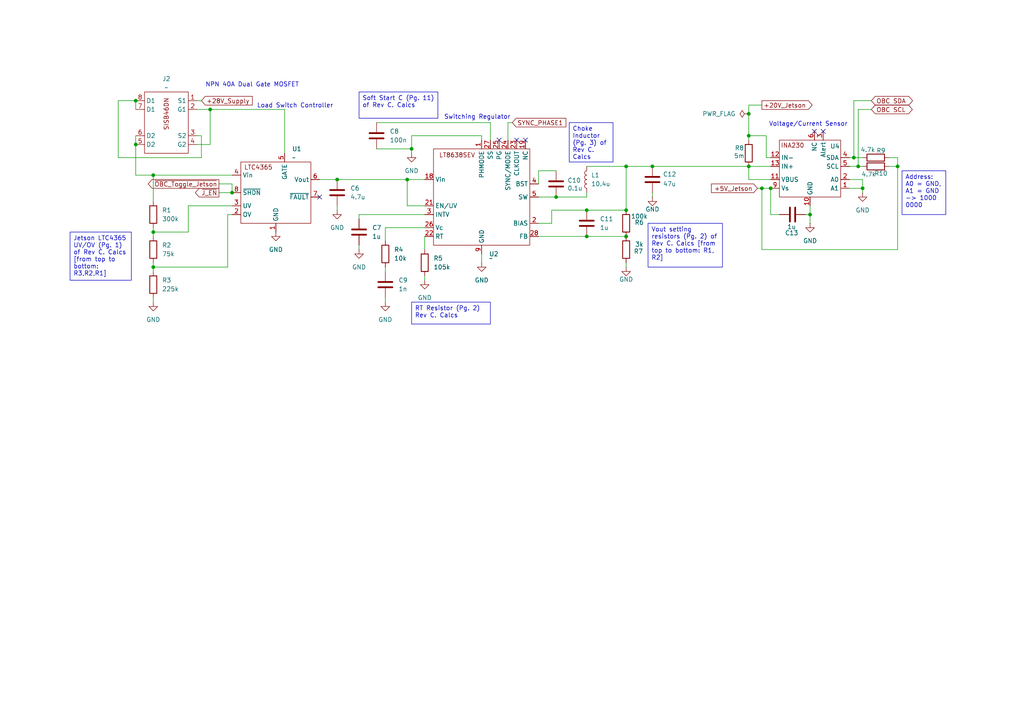
<source format=kicad_sch>
(kicad_sch (version 20250114) (generator "eeschema") (generator_version "9.0")
  (paper "A4")
  (lib_symbols
    (symbol "Device:C" (pin_numbers (hide yes)) (pin_names (offset 0.254))
      (property "Reference" "C" (at 0.635 2.54 0))
      (property "Value" "C" (at 0.635 -2.54 0))
      (symbol "C_0_1"
        (polyline (pts (xy -2.032 0.762) (xy 2.032 0.762)) (stroke (width 0.508)))
        (polyline (pts (xy -2.032 -0.762) (xy 2.032 -0.762)) (stroke (width 0.508)))
      )
      (symbol "C_1_1"
        (pin passive line (at 0 3.81 270) (length 2.794) (name "~") (number "1"))
        (pin passive line (at 0 -3.81 90) (length 2.794) (name "~") (number "2"))
      )
    )
    (symbol "Device:L" (pin_numbers (hide yes)) (pin_names (offset 1.016) (hide yes))
      (property "Reference" "L" (at -1.27 0 90))
      (property "Value" "L" (at 1.905 0 90))
      (symbol "L_0_1"
        (arc (start 0 2.54) (mid 0.6323 1.905) (end 0 1.27))
        (arc (start 0 1.27) (mid 0.6323 0.635) (end 0 0))
        (arc (start 0 0) (mid 0.6323 -0.635) (end 0 -1.27))
        (arc (start 0 -1.27) (mid 0.6323 -1.905) (end 0 -2.54))
      )
      (symbol "L_1_1"
        (pin passive line (at 0 3.81 270) (length 1.27) (name "1") (number "1"))
        (pin passive line (at 0 -3.81 90) (length 1.27) (name "2") (number "2"))
      )
    )
    (symbol "Device:R" (pin_numbers (hide yes)) (pin_names (offset 0))
      (property "Reference" "R" (at 2.032 0 90))
      (property "Value" "R" (at 0 0 90))
      (symbol "R_0_1"
        (rectangle (start -1.016 -2.54) (end 1.016 2.54) (stroke (width 0.254)))
      )
      (symbol "R_1_1"
        (pin passive line (at 0 3.81 270) (length 1.27) (name "~") (number "1"))
        (pin passive line (at 0 -3.81 90) (length 1.27) (name "~") (number "2"))
      )
    )
    (symbol "INA230:INA230 [RGT PACKAGE]"
      (property "Reference" "U" (at 7.62 7.62 0))
      (property "Value" "INA230" (at 0 0 0))
      (symbol "INA230 [RGT PACKAGE]_0_1"
        (rectangle (start -8.89 8.89) (end 8.89 -7.62))
      )
      (symbol "INA230 [RGT PACKAGE]_1_1"
        (text "INA230" (at -5.08 7.366 0) (effects (font (size 1.27 1.27))))
        (pin input line (at -11.43 3.81 0) (length 2.54) (name "IN-") (number "12"))
        (pin input line (at -11.43 1.27 0) (length 2.54) (name "IN+") (number "13"))
        (pin input line (at -11.43 -2.54 0) (length 2.54) (name "VBUS") (number "11"))
        (pin power_in line (at -11.43 -5.08 0) (length 2.54) (name "Vs") (number "9"))
        (pin power_in line (at 0 -10.16 90) (length 2.54) (name "GND") (number "10"))
        (pin passive line (at 1.27 11.43 270) (length 2.54) (name "NC") (number "6"))
        (pin output line (at 3.81 11.43 270) (length 2.54) (name "Alert") (number "3"))
        (pin bidirectional line (at 11.43 3.81 180) (length 2.54) (name "SDA") (number "4"))
        (pin bidirectional line (at 11.43 1.27 180) (length 2.54) (name "SCL") (number "5"))
        (pin input line (at 11.43 -2.54 180) (length 2.54) (name "A0") (number "2"))
        (pin input line (at 11.43 -5.08 180) (length 2.54) (name "A1") (number "1"))
      )
    )
    (symbol "LT8638SEV#PBF:LT863SEV#PBF"
      (property "Reference" "U" (at 12.954 -2.286 0))
      (symbol "LT863SEV#PBF_0_1"
        (rectangle (start -13.97 15.24) (end 13.97 -12.7))
      )
      (symbol "LT863SEV#PBF_1_1"
        (text "LT8638SEV\n" (at -7.112 13.462 0) (effects (font (size 1.27 1.27))))
        (pin power_in line (at -16.51 6.35 0) (length 2.54) (name "Vin") (number "18"))
        (pin input line (at -16.51 -1.27 0) (length 2.54) (name "EN/UV") (number "21"))
        (pin input line (at -16.51 -3.81 0) (length 2.54) (name "INTV") (number "3"))
        (pin input line (at -16.51 -7.62 0) (length 2.54) (name "Vc") (number "26"))
        (pin passive line (at -16.51 -10.16 0) (length 2.54) (name "RT") (number "22"))
        (pin passive line (at 0 17.78 270) (length 2.54) (name "PHMODE") (number "1"))
        (pin power_in line (at 0 -15.24 90) (length 2.54) (name "GND") (number "9"))
        (pin passive line (at 2.54 17.78 270) (length 2.54) (name "SS") (number "27"))
        (pin passive line (at 5.08 17.78 270) (length 2.54) (name "PG") (number "25"))
        (pin passive line (at 7.62 17.78 270) (length 2.54) (name "SYNC/MODE") (number "24"))
        (pin passive line (at 10.16 17.78 270) (length 2.54) (name "CLKOUT") (number "23"))
        (pin passive line (at 12.7 17.78 270) (length 2.54) (name "NC") (number "19"))
        (pin power_out line (at 16.51 5.08 180) (length 2.54) (name "BST") (number "4"))
        (pin power_out line (at 16.51 1.27 180) (length 2.54) (name "SW") (number "5"))
        (pin power_out line (at 16.51 -6.35 180) (length 2.54) (name "BIAS") (number "2"))
        (pin power_out line (at 16.51 -10.16 180) (length 2.54) (name "FB") (number "28"))
      )
    )
    (symbol "LTC4365:LTC4365"
      (property "Reference" "U" (at 7.874 -7.874 0))
      (symbol "LTC4365_0_1"
        (rectangle (start -11.43 8.89) (end 8.89 -8.89))
      )
      (symbol "LTC4365_1_1"
        (text "LTC4365\n" (at -6.35 7.366 0) (effects (font (size 1.27 1.27))))
        (pin power_in line (at -13.97 5.08 0) (length 2.54) (name "Vin") (number "4"))
        (pin passive line (at -13.97 0 0) (length 2.54) (name "~{SHDN}") (number "8"))
        (pin input line (at -13.97 -3.81 0) (length 2.54) (name "UV") (number "3"))
        (pin input line (at -13.97 -6.35 0) (length 2.54) (name "OV") (number "2"))
        (pin power_in line (at -1.27 -11.43 90) (length 2.54) (name "GND") (number "1"))
        (pin output line (at 1.27 11.43 270) (length 2.54) (name "GATE") (number "5"))
        (pin power_out line (at 11.43 3.81 180) (length 2.54) (name "Vout") (number "6"))
        (pin output line (at 11.43 -1.27 180) (length 2.54) (name "~{FAULT}") (number "7"))
      )
    )
    (symbol "SISB46DN:SISB46DN"
      (property "Reference" "J" (at 10.16 -5.08 0))
      (symbol "SISB46DN_0_1"
        (rectangle (start -8.89 6.3499) (end 8.89 -6.3499))
      )
      (symbol "SISB46DN_1_1"
        (text "SISB46DN\n" (at 2.54 0 0) (effects (font (size 1.27 1.27))))
        (pin power_out line (at -6.35 8.89 270) (length 2.54) (name "D2") (number "5"))
        (pin input line (at -6.35 -8.89 90) (length 2.54) (name "G2") (number "4"))
        (pin passive line (at -3.81 8.89 270) (length 2.54) (name "D2") (number "6"))
        (pin power_in line (at -3.81 -8.89 90) (length 2.54) (name "S2") (number "3"))
        (pin passive line (at 3.81 8.89 270) (length 2.54) (name "D1") (number "7"))
        (pin input line (at 3.81 -8.89 90) (length 2.54) (name "G1") (number "2"))
        (pin power_out line (at 6.35 8.89 270) (length 2.54) (name "D1") (number "8"))
        (pin power_in line (at 6.35 -8.89 90) (length 2.54) (name "S1") (number "1"))
      )
    )
    (symbol "power:GND" (power) (pin_numbers (hide yes)) (pin_names (offset 0) (hide yes))
      (property "Value" "GND" (at 0 -3.81 0))
      (symbol "GND_0_1"
        (polyline (pts (xy 0 0) (xy 0 -1.27) (xy 1.27 -1.27) (xy 0 -2.54) (xy -1.27 -1.27) (xy 0 -1.27)))
      )
      (symbol "GND_1_1"
        (pin power_in line (at 0 0 270) (length 0) (name "~") (number "1"))
      )
    )
    (symbol "power:PWR_FLAG" (power) (pin_numbers (hide yes)) (pin_names (offset 0) (hide yes))
      (property "Value" "PWR_FLAG" (at 0 3.81 0))
      (symbol "PWR_FLAG_0_0"
        (pin power_out line (at 0 0 90) (length 0) (name "~") (number "1"))
      )
      (symbol "PWR_FLAG_0_1"
        (polyline (pts (xy 0 0) (xy 0 1.27) (xy -1.016 1.905) (xy 0 2.54) (xy 1.016 1.905) (xy 0 1.27)))
      )
    )
  )
  (text "Voltage/Current Sensor" (at 234.442 36.068 0) (effects (font (size 1.27 1.27))))
  (text "Load Switch Controller" (at 85.598 30.734 0) (effects (font (size 1.27 1.27))))
  (text "Switching Regulator" (at 138.43 34.036 0) (effects (font (size 1.27 1.27))))
  (text "NPN 40A Dual Gate MOSFET" (at 73.152 24.638 0) (effects (font (size 1.27 1.27))))
  (text_box "RT Resistor (Pg. 2) Rev C. Calcs" (at 119.38 87.63 0) (size 22.86 6.35) (margins 0.9525 0.9525 0.9525 0.9525) (effects (font (size 1.27 1.27)) (justify left top)))
  (text_box "Jetson LTC4365 UV/OV (Pg. 1) of Rev C. Calcs [from top to bottom: R3,R2,R1]" (at 20.32 67.31 0) (size 17.78 13.97) (margins 0.9525 0.9525 0.9525 0.9525) (effects (font (size 1.27 1.27)) (justify left top)))
  (text_box "Vout setting resistors (Pg. 2) of Rev C. Calcs [from top to bottom: R1, R2]" (at 187.96 64.77 0) (size 21.59 12.7) (margins 0.9525 0.9525 0.9525 0.9525) (effects (font (size 1.27 1.27)) (justify left top)))
  (text_box "Choke Inductor (Pg. 3) of Rev C. Calcs" (at 165.1 35.56 0) (size 12.7 11.43) (margins 0.9525 0.9525 0.9525 0.9525) (effects (font (size 1.27 1.27)) (justify left top)))
  (text_box "Address: A0 = GND, A1 = GND -> 1000 0000" (at 261.62 49.53 0) (size 12.7 12.7) (margins 0.9525 0.9525 0.9525 0.9525) (effects (font (size 1.27 1.27)) (justify left top)))
  (text_box "Soft Start C (Pg. 11) of Rev C. Calcs" (at 104.14 26.67 0) (size 22.86 7.62) (margins 0.9525 0.9525 0.9525 0.9525) (effects (font (size 1.27 1.27)) (justify left top)))
  (junction (at 220.98 54.61))
  (junction (at 217.17 33.02))
  (junction (at 119.38 43.18))
  (junction (at 223.52 54.61))
  (junction (at 189.23 48.26))
  (junction (at 217.17 48.26))
  (junction (at 67.31 55.88))
  (junction (at 44.45 77.47))
  (junction (at 60.96 31.75))
  (junction (at 248.92 48.26))
  (junction (at 247.65 45.72))
  (junction (at 118.11 52.07))
  (junction (at 181.61 48.26))
  (junction (at 234.95 62.23))
  (junction (at 39.37 41.91))
  (junction (at 217.17 39.37))
  (junction (at 39.37 29.21))
  (junction (at 161.29 57.15))
  (junction (at 170.18 68.58))
  (junction (at 44.45 67.31))
  (junction (at 250.19 54.61))
  (junction (at 97.79 52.07))
  (junction (at 181.61 60.96))
  (junction (at 44.45 50.8))
  (junction (at 260.35 48.26))
  (junction (at 181.61 68.58))
  (junction (at 170.18 60.96))
  (no_connect (at 144.78 40.64))
  (no_connect (at 92.71 57.15))
  (no_connect (at 149.86 40.64))
  (no_connect (at 236.22 38.1))
  (no_connect (at 152.4 40.64))
  (no_connect (at 238.76 38.1))
  (wire (pts (xy 219.71 54.61) (xy 220.98 54.61)))
  (wire (pts (xy 60.96 31.75) (xy 82.55 31.75)))
  (wire (pts (xy 250.19 52.07) (xy 250.19 54.61)))
  (wire (pts (xy 156.21 49.53) (xy 161.29 49.53)))
  (wire (pts (xy 119.38 44.45) (xy 119.38 43.18)))
  (wire (pts (xy 148.59 35.56) (xy 147.32 35.56)))
  (wire (pts (xy 181.61 77.47) (xy 181.61 76.2)))
  (wire (pts (xy 44.45 76.2) (xy 44.45 77.47)))
  (wire (pts (xy 247.65 29.21) (xy 252.73 29.21)))
  (wire (pts (xy 44.45 50.8) (xy 67.31 50.8)))
  (wire (pts (xy 92.71 52.07) (xy 97.79 52.07)))
  (wire (pts (xy 44.45 67.31) (xy 44.45 68.58)))
  (wire (pts (xy 58.42 29.21) (xy 57.15 29.21)))
  (wire (pts (xy 217.17 39.37) (xy 217.17 33.02)))
  (wire (pts (xy 156.21 64.77) (xy 160.02 64.77)))
  (wire (pts (xy 44.45 66.04) (xy 44.45 67.31)))
  (wire (pts (xy 63.5 53.34) (xy 67.31 53.34)))
  (wire (pts (xy 109.22 43.18) (xy 119.38 43.18)))
  (wire (pts (xy 66.04 62.23) (xy 67.31 62.23)))
  (wire (pts (xy 246.38 54.61) (xy 250.19 54.61)))
  (wire (pts (xy 260.35 72.39) (xy 260.35 48.26)))
  (wire (pts (xy 248.92 31.75) (xy 252.73 31.75)))
  (wire (pts (xy 223.52 62.23) (xy 226.06 62.23)))
  (wire (pts (xy 189.23 55.88) (xy 189.23 57.15)))
  (wire (pts (xy 123.19 68.58) (xy 123.19 72.39)))
  (wire (pts (xy 118.11 59.69) (xy 118.11 52.07)))
  (wire (pts (xy 54.61 59.69) (xy 67.31 59.69)))
  (wire (pts (xy 247.65 45.72) (xy 247.65 29.21)))
  (wire (pts (xy 181.61 48.26) (xy 189.23 48.26)))
  (wire (pts (xy 220.98 54.61) (xy 220.98 72.39)))
  (wire (pts (xy 139.7 39.37) (xy 119.38 39.37)))
  (wire (pts (xy 260.35 48.26) (xy 260.35 45.72)))
  (wire (pts (xy 222.25 45.72) (xy 223.52 45.72)))
  (wire (pts (xy 220.98 72.39) (xy 260.35 72.39)))
  (wire (pts (xy 44.45 77.47) (xy 44.45 78.74)))
  (wire (pts (xy 54.61 59.69) (xy 54.61 67.31)))
  (wire (pts (xy 104.14 71.12) (xy 104.14 72.39)))
  (wire (pts (xy 39.37 29.21) (xy 39.37 31.75)))
  (wire (pts (xy 217.17 52.07) (xy 223.52 52.07)))
  (wire (pts (xy 217.17 39.37) (xy 217.17 40.64)))
  (wire (pts (xy 156.21 68.58) (xy 170.18 68.58)))
  (wire (pts (xy 57.15 39.37) (xy 58.42 39.37)))
  (wire (pts (xy 160.02 60.96) (xy 160.02 64.77)))
  (wire (pts (xy 39.37 41.91) (xy 39.37 50.8)))
  (wire (pts (xy 181.61 48.26) (xy 170.18 48.26)))
  (wire (pts (xy 39.37 39.37) (xy 39.37 41.91)))
  (wire (pts (xy 223.52 54.61) (xy 223.52 62.23)))
  (wire (pts (xy 246.38 52.07) (xy 250.19 52.07)))
  (wire (pts (xy 111.76 86.36) (xy 111.76 87.63)))
  (wire (pts (xy 123.19 80.01) (xy 123.19 81.28)))
  (wire (pts (xy 57.15 41.91) (xy 60.96 41.91)))
  (wire (pts (xy 160.02 60.96) (xy 170.18 60.96)))
  (wire (pts (xy 97.79 52.07) (xy 118.11 52.07)))
  (wire (pts (xy 147.32 35.56) (xy 147.32 40.64)))
  (wire (pts (xy 118.11 52.07) (xy 123.19 52.07)))
  (wire (pts (xy 39.37 50.8) (xy 44.45 50.8)))
  (wire (pts (xy 170.18 57.15) (xy 170.18 55.88)))
  (wire (pts (xy 170.18 68.58) (xy 181.61 68.58)))
  (wire (pts (xy 142.24 40.64) (xy 142.24 35.56)))
  (wire (pts (xy 257.81 48.26) (xy 260.35 48.26)))
  (wire (pts (xy 217.17 33.02) (xy 217.17 30.48)))
  (wire (pts (xy 139.7 73.66) (xy 139.7 76.2)))
  (wire (pts (xy 233.68 62.23) (xy 234.95 62.23)))
  (wire (pts (xy 260.35 45.72) (xy 257.81 45.72)))
  (wire (pts (xy 97.79 59.69) (xy 97.79 60.96)))
  (wire (pts (xy 104.14 63.5) (xy 104.14 62.23)))
  (wire (pts (xy 250.19 54.61) (xy 250.19 55.88)))
  (wire (pts (xy 34.29 29.21) (xy 34.29 45.72)))
  (wire (pts (xy 156.21 57.15) (xy 161.29 57.15)))
  (wire (pts (xy 246.38 48.26) (xy 248.92 48.26)))
  (wire (pts (xy 170.18 60.96) (xy 181.61 60.96)))
  (wire (pts (xy 248.92 48.26) (xy 248.92 31.75)))
  (wire (pts (xy 247.65 45.72) (xy 250.19 45.72)))
  (wire (pts (xy 217.17 48.26) (xy 223.52 48.26)))
  (wire (pts (xy 234.95 64.77) (xy 234.95 62.23)))
  (wire (pts (xy 189.23 48.26) (xy 217.17 48.26)))
  (wire (pts (xy 57.15 31.75) (xy 60.96 31.75)))
  (wire (pts (xy 58.42 45.72) (xy 58.42 39.37)))
  (wire (pts (xy 44.45 86.36) (xy 44.45 87.63)))
  (wire (pts (xy 60.96 31.75) (xy 60.96 41.91)))
  (wire (pts (xy 217.17 30.48) (xy 220.98 30.48)))
  (wire (pts (xy 82.55 31.75) (xy 82.55 44.45)))
  (wire (pts (xy 123.19 66.04) (xy 111.76 66.04)))
  (wire (pts (xy 111.76 77.47) (xy 111.76 78.74)))
  (wire (pts (xy 39.37 29.21) (xy 34.29 29.21)))
  (wire (pts (xy 44.45 77.47) (xy 66.04 77.47)))
  (wire (pts (xy 156.21 53.34) (xy 156.21 49.53)))
  (wire (pts (xy 66.04 77.47) (xy 66.04 62.23)))
  (wire (pts (xy 181.61 48.26) (xy 181.61 60.96)))
  (wire (pts (xy 104.14 62.23) (xy 123.19 62.23)))
  (wire (pts (xy 222.25 39.37) (xy 222.25 45.72)))
  (wire (pts (xy 248.92 48.26) (xy 250.19 48.26)))
  (wire (pts (xy 44.45 67.31) (xy 54.61 67.31)))
  (wire (pts (xy 220.98 54.61) (xy 223.52 54.61)))
  (wire (pts (xy 217.17 48.26) (xy 217.17 52.07)))
  (wire (pts (xy 142.24 35.56) (xy 109.22 35.56)))
  (wire (pts (xy 34.29 45.72) (xy 58.42 45.72)))
  (wire (pts (xy 161.29 57.15) (xy 170.18 57.15)))
  (wire (pts (xy 139.7 39.37) (xy 139.7 40.64)))
  (wire (pts (xy 111.76 66.04) (xy 111.76 69.85)))
  (wire (pts (xy 44.45 50.8) (xy 44.45 58.42)))
  (wire (pts (xy 63.5 55.88) (xy 67.31 55.88)))
  (wire (pts (xy 119.38 39.37) (xy 119.38 43.18)))
  (wire (pts (xy 123.19 59.69) (xy 118.11 59.69)))
  (wire (pts (xy 234.95 62.23) (xy 234.95 59.69)))
  (wire (pts (xy 67.31 53.34) (xy 67.31 55.88)))
  (wire (pts (xy 246.38 45.72) (xy 247.65 45.72)))
  (wire (pts (xy 217.17 39.37) (xy 222.25 39.37)))
  (global_label "OBC SDA" (shape bidirectional) (at 252.73 29.21 0) (property "Intersheetrefs" "${INTERSHEET_REFS}" (effects (hide yes))))
  (global_label "OBC SCL" (shape bidirectional) (at 252.73 31.75 0) (property "Intersheetrefs" "${INTERSHEET_REFS}" (effects (hide yes))))
  (global_label "SYNC_PHASE1" (shape input) (at 148.59 35.56 0) (property "Intersheetrefs" "${INTERSHEET_REFS}" (effects (hide yes))))
  (global_label "+5V_Jetson" (shape input) (at 219.71 54.61 180) (property "Intersheetrefs" "${INTERSHEET_REFS}" (effects (hide yes))))
  (global_label "+20V_Jetson" (shape output) (at 220.98 30.48 0) (property "Intersheetrefs" "${INTERSHEET_REFS}" (effects (hide yes))))
  (global_label "+28V_Supply" (shape input) (at 58.42 29.21 0) (property "Intersheetrefs" "${INTERSHEET_REFS}" (effects (hide yes))))
  (global_label "~{OBC_Toggle_Jetson}" (shape output) (at 63.5 53.34 180) (property "Intersheetrefs" "${INTERSHEET_REFS}" (effects (hide yes))))
  (global_label "~{J_EN}" (shape output) (at 63.5 55.88 180) (property "Intersheetrefs" "${INTERSHEET_REFS}" (effects (hide yes))))
  (symbol (lib_id "power:GND") (at 123.19 81.28 0) (unit 1)
    (property "Reference" "#PWR034" (effects (hide yes)))
    (property "Value" "GND" (at 123.19 86.36 0))
    (property "Description" "Power symbol creates a global label with name \"GND\" , ground" (effects (hide yes)))
  )
  (symbol (lib_id "Device:R") (at 44.45 82.55 0) (unit 1)
    (property "Reference" "R3" (at 46.99 81.2799 0) (effects (justify left)))
    (property "Value" "225k" (at 46.99 83.8199 0) (effects (justify left)))
    (property "Footprint" "Resistor_SMD:R_0603_1608Metric" (effects (hide yes)))
    (property "Description" "Resistor" (effects (hide yes)))
  )
  (symbol (lib_id "Device:L") (at 170.18 52.07 180) (unit 1)
    (property "Reference" "L1" (at 171.45 50.7999 0) (effects (justify right)))
    (property "Value" "10.4u" (at 171.45 53.3399 0) (effects (justify right)))
    (property "Footprint" "Inductor_SMD:L_0603_1608Metric" (effects (hide yes)))
    (property "Description" "Inductor" (effects (hide yes)))
  )
  (symbol (lib_id "Device:R") (at 254 45.72 90) (unit 1)
    (property "Reference" "R9" (at 255.524 43.688 90))
    (property "Value" "4.7k" (at 251.714 43.434 90))
    (property "Footprint" "Resistor_SMD:R_0603_1608Metric" (effects (hide yes)))
    (property "Description" "Resistor" (effects (hide yes)))
  )
  (symbol (lib_id "INA230:INA230 [RGT PACKAGE]") (at 234.95 49.53 0) (unit 1)
    (property "Reference" "U4" (at 240.792 42.418 0) (effects (justify left)))
    (property "Value" "INA230" (effects (hide yes)))
    (property "Footprint" "RevC Footprints:INA230AIRGTT" (effects (hide yes)))
    (property "Datasheet" "https://www.ti.com/lit/ds/symlink/ina230.pdf?ts=1739195723292" (effects (hide yes)))
    (property "Description" "INA230 36V, 16-Bit, I2C Output Current, Voltage and Power Monitor With Alert" (effects (hide yes)))
  )
  (symbol (lib_id "Device:R") (at 44.45 62.23 0) (unit 1)
    (property "Reference" "R1" (at 46.99 60.9599 0) (effects (justify left)))
    (property "Value" "300k" (at 46.99 63.4999 0) (effects (justify left)))
    (property "Footprint" "Resistor_SMD:R_0603_1608Metric" (effects (hide yes)))
    (property "Description" "Resistor" (effects (hide yes)))
  )
  (symbol (lib_id "Device:R") (at 123.19 76.2 0) (unit 1)
    (property "Reference" "R5" (at 125.73 74.9299 0) (effects (justify left)))
    (property "Value" "105k" (at 125.73 77.4699 0) (effects (justify left)))
    (property "Footprint" "Resistor_SMD:R_0603_1608Metric" (effects (hide yes)))
    (property "Description" "Resistor" (effects (hide yes)))
  )
  (symbol (lib_id "Device:C") (at 229.87 62.23 270) (unit 1)
    (property "Reference" "C13" (at 229.616 67.564 90))
    (property "Value" "1u" (at 229.616 65.786 90))
    (property "Footprint" "Capacitor_SMD:C_0603_1608Metric" (effects (hide yes)))
    (property "Description" "Unpolarized capacitor" (effects (hide yes)))
  )
  (symbol (lib_id "Device:R") (at 254 48.26 90) (unit 1)
    (property "Reference" "R10" (at 255.524 50.292 90))
    (property "Value" "4.7k" (at 251.968 50.546 90))
    (property "Footprint" "Resistor_SMD:R_0603_1608Metric" (effects (hide yes)))
    (property "Description" "Resistor" (effects (hide yes)))
  )
  (symbol (lib_id "power:GND") (at 44.45 87.63 0) (unit 1)
    (property "Reference" "#PWR027" (effects (hide yes)))
    (property "Value" "GND" (at 44.45 92.71 0))
    (property "Description" "Power symbol creates a global label with name \"GND\" , ground" (effects (hide yes)))
  )
  (symbol (lib_id "LT8638SEV#PBF:LT863SEV#PBF") (at 139.7 58.42 0) (unit 1)
    (property "Reference" "U2" (at 141.8433 73.66 0) (effects (justify left)))
    (property "Value" "~" (at 141.8433 74.93 0) (effects (justify left)))
    (property "Footprint" "RevC Footprints:LT8638SEVPBF" (effects (hide yes)))
    (property "Datasheet" "https://www.mouser.com/datasheet/2/609/lt8638s-2301712.pdf" (effects (hide yes)))
    (property "Description" "42V, 10A/12A Peak Synchronous Step-Down Silent Switcher 2" (effects (hide yes)))
  )
  (symbol (lib_id "LTC4365:LTC4365") (at 81.28 55.88 0) (unit 1)
    (property "Reference" "U1" (at 84.6933 43.18 0) (effects (justify left)))
    (property "Value" "~" (at 84.6933 45.72 0) (effects (justify left)))
    (property "Footprint" "RevC Footprints:LTC4365" (effects (hide yes)))
    (property "Datasheet" "https://www.analog.com/media/en/technical-documentation/data-sheets/LTC4365.pdf" (effects (hide yes)))
    (property "Description" "Overvoltage, Undervoltage and Reverse Supply Protection Controller" (effects (hide yes)))
  )
  (symbol (lib_id "power:GND") (at 104.14 72.39 0) (unit 1)
    (property "Reference" "#PWR031" (effects (hide yes)))
    (property "Value" "GND" (at 104.14 77.47 0))
    (property "Description" "Power symbol creates a global label with name \"GND\" , ground" (effects (hide yes)))
  )
  (symbol (lib_id "Device:R") (at 181.61 72.39 0) (unit 1)
    (property "Reference" "R7" (at 185.166 72.898 0))
    (property "Value" "3k" (at 185.42 70.866 0))
    (property "Footprint" "Resistor_SMD:R_0603_1608Metric" (effects (hide yes)))
    (property "Description" "Resistor" (effects (hide yes)))
  )
  (symbol (lib_id "power:GND") (at 97.79 60.96 0) (unit 1)
    (property "Reference" "#PWR030" (effects (hide yes)))
    (property "Value" "GND" (at 97.79 66.04 0))
    (property "Description" "Power symbol creates a global label with name \"GND\" , ground" (effects (hide yes)))
  )
  (symbol (lib_id "Device:C") (at 170.18 64.77 0) (unit 1)
    (property "Reference" "C11" (at 173.99 63.4999 0) (effects (justify left)))
    (property "Value" "1u" (at 173.99 66.0399 0) (effects (justify left)))
    (property "Footprint" "Capacitor_SMD:C_0603_1608Metric" (effects (hide yes)))
    (property "Description" "Unpolarized capacitor" (effects (hide yes)))
  )
  (symbol (lib_id "Device:R") (at 181.61 64.77 180) (unit 1)
    (property "Reference" "R6" (at 185.42 64.516 0))
    (property "Value" "100k" (at 185.42 62.738 0))
    (property "Footprint" "Resistor_SMD:R_0603_1608Metric" (effects (hide yes)))
    (property "Description" "Resistor" (effects (hide yes)))
  )
  (symbol (lib_id "Device:C") (at 161.29 53.34 0) (unit 1)
    (property "Reference" "C10" (at 164.592 52.324 0) (effects (justify left)))
    (property "Value" "0.1u" (at 164.592 54.61 0) (effects (justify left)))
    (property "Footprint" "Capacitor_SMD:C_0603_1608Metric" (effects (hide yes)))
    (property "Description" "Unpolarized capacitor" (effects (hide yes)))
  )
  (symbol (lib_id "power:GND") (at 111.76 87.63 0) (unit 1)
    (property "Reference" "#PWR032" (effects (hide yes)))
    (property "Value" "GND" (at 111.76 92.71 0))
    (property "Description" "Power symbol creates a global label with name \"GND\" , ground" (effects (hide yes)))
  )
  (symbol (lib_id "power:GND") (at 139.7 76.2 0) (unit 1)
    (property "Reference" "#PWR035" (effects (hide yes)))
    (property "Value" "GND" (at 139.7 81.28 0))
    (property "Description" "Power symbol creates a global label with name \"GND\" , ground" (effects (hide yes)))
  )
  (symbol (lib_id "power:GND") (at 189.23 57.15 0) (unit 1)
    (property "Reference" "#PWR038" (effects (hide yes)))
    (property "Value" "GND" (at 189.23 60.706 0))
    (property "Description" "Power symbol creates a global label with name \"GND\" , ground" (effects (hide yes)))
  )
  (symbol (lib_id "Device:C") (at 189.23 52.07 0) (unit 1)
    (property "Reference" "C12" (at 192.278 50.546 0) (effects (justify left)))
    (property "Value" "47u" (at 192.278 53.34 0) (effects (justify left)))
    (property "Footprint" "Capacitor_SMD:C_0603_1608Metric" (effects (hide yes)))
    (property "Description" "Unpolarized capacitor" (effects (hide yes)))
  )
  (symbol (lib_id "Device:R") (at 217.17 44.45 0) (unit 1)
    (property "Reference" "R8" (at 213.106 42.926 0) (effects (justify left)))
    (property "Value" "5m" (at 212.852 45.212 0) (effects (justify left)))
    (property "Footprint" "Resistor_SMD:R_0603_1608Metric" (effects (hide yes)))
    (property "Description" "Resistor" (effects (hide yes)))
  )
  (symbol (lib_id "Device:R") (at 44.45 72.39 0) (unit 1)
    (property "Reference" "R2" (at 46.99 71.1199 0) (effects (justify left)))
    (property "Value" "75k" (at 46.99 73.6599 0) (effects (justify left)))
    (property "Footprint" "Resistor_SMD:R_0603_1608Metric" (effects (hide yes)))
    (property "Description" "Resistor" (effects (hide yes)))
  )
  (symbol (lib_id "Device:C") (at 104.14 67.31 0) (unit 1)
    (property "Reference" "C7" (at 107.95 66.0399 0) (effects (justify left)))
    (property "Value" "1u" (at 107.95 68.5799 0) (effects (justify left)))
    (property "Footprint" "Capacitor_SMD:C_0603_1608Metric" (effects (hide yes)))
    (property "Description" "Unpolarized capacitor" (effects (hide yes)))
  )
  (symbol (lib_id "power:GND") (at 119.38 44.45 0) (unit 1)
    (property "Reference" "#PWR033" (effects (hide yes)))
    (property "Value" "GND" (at 119.38 49.53 0))
    (property "Description" "Power symbol creates a global label with name \"GND\" , ground" (effects (hide yes)))
  )
  (symbol (lib_id "Device:R") (at 111.76 73.66 0) (unit 1)
    (property "Reference" "R4" (at 114.3 72.3899 0) (effects (justify left)))
    (property "Value" "10k" (at 114.3 74.9299 0) (effects (justify left)))
    (property "Footprint" "Resistor_SMD:R_0603_1608Metric" (effects (hide yes)))
    (property "Description" "Resistor" (effects (hide yes)))
  )
  (symbol (lib_id "SISB46DN:SISB46DN") (at 48.26 35.56 90) (unit 1)
    (property "Reference" "J2" (at 48.26 22.86 90))
    (property "Value" "~" (at 48.26 25.4 90))
    (property "Footprint" "RevC Footprints:SISB46DN-T1-GE3" (effects (hide yes)))
    (property "Datasheet" "https://www.vishay.com/docs/76655/sisb46dn.pdf" (effects (hide yes)))
    (property "Description" "Dual N-Channel 40V (D-S) MOSFET" (effects (hide yes)))
  )
  (symbol (lib_id "power:GND") (at 250.19 55.88 0) (unit 1)
    (property "Reference" "#PWR040" (effects (hide yes)))
    (property "Value" "GND" (at 250.19 60.96 0))
    (property "Description" "Power symbol creates a global label with name \"GND\" , ground" (effects (hide yes)))
  )
  (symbol (lib_id "power:PWR_FLAG") (at 217.17 33.02 90) (unit 1)
    (property "Reference" "#FLG05" (effects (hide yes)))
    (property "Value" "PWR_FLAG" (at 213.36 33.0199 90) (effects (justify left)))
    (property "Description" "Special symbol for telling ERC where power comes from" (effects (hide yes)))
  )
  (symbol (lib_id "power:GND") (at 181.61 77.47 0) (unit 1)
    (property "Reference" "#PWR037" (effects (hide yes)))
    (property "Value" "GND" (at 181.61 81.026 0))
    (property "Description" "Power symbol creates a global label with name \"GND\" , ground" (effects (hide yes)))
  )
  (symbol (lib_id "power:GND") (at 80.01 67.31 0) (unit 1)
    (property "Reference" "#PWR029" (effects (hide yes)))
    (property "Value" "GND" (at 80.01 72.39 0))
    (property "Description" "Power symbol creates a global label with name \"GND\" , ground" (effects (hide yes)))
  )
  (symbol (lib_id "Device:C") (at 109.22 39.37 0) (unit 1)
    (property "Reference" "C8" (at 113.03 38.0999 0) (effects (justify left)))
    (property "Value" "100n" (at 113.03 40.6399 0) (effects (justify left)))
    (property "Footprint" "Capacitor_SMD:C_0603_1608Metric" (effects (hide yes)))
    (property "Description" "Unpolarized capacitor" (effects (hide yes)))
  )
  (symbol (lib_id "power:GND") (at 234.95 64.77 0) (unit 1)
    (property "Reference" "#PWR039" (effects (hide yes)))
    (property "Value" "GND" (at 234.95 69.85 0))
    (property "Description" "Power symbol creates a global label with name \"GND\" , ground" (effects (hide yes)))
  )
  (symbol (lib_id "Device:C") (at 97.79 55.88 0) (unit 1)
    (property "Reference" "C6" (at 101.6 54.6099 0) (effects (justify left)))
    (property "Value" "4.7u" (at 101.6 57.1499 0) (effects (justify left)))
    (property "Footprint" "Capacitor_SMD:C_0603_1608Metric" (effects (hide yes)))
    (property "Description" "Unpolarized capacitor" (effects (hide yes)))
  )
  (symbol (lib_id "Device:C") (at 111.76 82.55 0) (unit 1)
    (property "Reference" "C9" (at 115.57 81.2799 0) (effects (justify left)))
    (property "Value" "1n" (at 115.57 83.8199 0) (effects (justify left)))
    (property "Footprint" "Capacitor_SMD:C_0603_1608Metric" (effects (hide yes)))
    (property "Description" "Unpolarized capacitor" (effects (hide yes)))
  )
)
</source>
